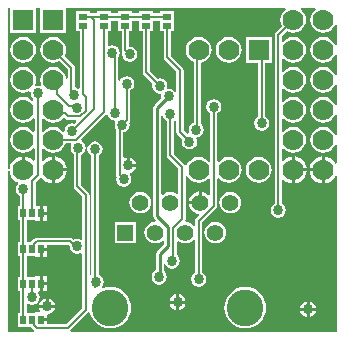
<source format=gbl>
G04*
G04 #@! TF.GenerationSoftware,Altium Limited,Altium Designer,20.1.12 (249)*
G04*
G04 Layer_Physical_Order=2*
G04 Layer_Color=16711680*
%FSLAX25Y25*%
%MOIN*%
G70*
G04*
G04 #@! TF.SameCoordinates,D8CEFF92-047C-410D-934D-B173C227594B*
G04*
G04*
G04 #@! TF.FilePolarity,Positive*
G04*
G01*
G75*
%ADD10C,0.01000*%
%ADD33C,0.00800*%
%ADD34C,0.07000*%
%ADD35R,0.07000X0.07000*%
%ADD36R,0.05512X0.05512*%
%ADD37C,0.05512*%
%ADD38C,0.12205*%
%ADD39R,0.07000X0.07000*%
%ADD40C,0.03400*%
%ADD41R,0.03000X0.02000*%
%ADD42R,0.02000X0.03000*%
G36*
X102998Y179000D02*
X102433Y178567D01*
X101744Y177669D01*
X101311Y176622D01*
X101163Y175500D01*
X101311Y174378D01*
X101744Y173331D01*
X102433Y172433D01*
X103331Y171744D01*
X104377Y171311D01*
X105500Y171163D01*
X106623Y171311D01*
X107669Y171744D01*
X108567Y172433D01*
X109256Y173331D01*
X109500Y173920D01*
X110000Y173821D01*
Y167179D01*
X109500Y167080D01*
X109256Y167669D01*
X108567Y168567D01*
X107669Y169256D01*
X106623Y169689D01*
X105500Y169837D01*
X104377Y169689D01*
X103331Y169256D01*
X102433Y168567D01*
X101744Y167669D01*
X101311Y166622D01*
X101163Y165500D01*
X101311Y164377D01*
X101744Y163331D01*
X102433Y162433D01*
X103331Y161744D01*
X104377Y161311D01*
X105500Y161163D01*
X106623Y161311D01*
X107669Y161744D01*
X108567Y162433D01*
X109256Y163331D01*
X109500Y163920D01*
X110000Y163821D01*
Y157179D01*
X109500Y157080D01*
X109256Y157669D01*
X108567Y158567D01*
X107669Y159256D01*
X106623Y159689D01*
X105500Y159837D01*
X104377Y159689D01*
X103331Y159256D01*
X102433Y158567D01*
X101744Y157669D01*
X101311Y156623D01*
X101163Y155500D01*
X101311Y154377D01*
X101744Y153331D01*
X102433Y152433D01*
X103331Y151744D01*
X104377Y151311D01*
X105500Y151163D01*
X106623Y151311D01*
X107669Y151744D01*
X108567Y152433D01*
X109256Y153331D01*
X109500Y153920D01*
X110000Y153821D01*
Y147179D01*
X109500Y147080D01*
X109256Y147669D01*
X108567Y148567D01*
X107669Y149256D01*
X106623Y149689D01*
X105500Y149837D01*
X104377Y149689D01*
X103331Y149256D01*
X102433Y148567D01*
X101744Y147669D01*
X101311Y146623D01*
X101163Y145500D01*
X101311Y144378D01*
X101744Y143331D01*
X102433Y142433D01*
X103331Y141744D01*
X104377Y141311D01*
X105500Y141163D01*
X106623Y141311D01*
X107669Y141744D01*
X108567Y142433D01*
X109256Y143331D01*
X109500Y143920D01*
X110000Y143821D01*
Y137179D01*
X109500Y137080D01*
X109256Y137669D01*
X108567Y138567D01*
X107669Y139256D01*
X106623Y139689D01*
X105500Y139837D01*
X104377Y139689D01*
X103331Y139256D01*
X102433Y138567D01*
X101744Y137669D01*
X101311Y136623D01*
X101163Y135500D01*
X101311Y134378D01*
X101744Y133331D01*
X102433Y132433D01*
X103331Y131744D01*
X104377Y131311D01*
X105500Y131163D01*
X106623Y131311D01*
X107669Y131744D01*
X108567Y132433D01*
X109256Y133331D01*
X109500Y133920D01*
X110000Y133821D01*
Y127702D01*
X109500Y127602D01*
X109431Y127769D01*
X108709Y128709D01*
X107769Y129431D01*
X106675Y129884D01*
X106000Y129973D01*
Y125500D01*
Y121027D01*
X106675Y121116D01*
X107769Y121569D01*
X108709Y122291D01*
X109431Y123231D01*
X109500Y123398D01*
X110000Y123298D01*
Y71500D01*
X21414D01*
X21279Y71736D01*
X21230Y72000D01*
X27243Y78013D01*
X27356Y78016D01*
X27793Y77924D01*
X28092Y76936D01*
X28733Y75737D01*
X29596Y74686D01*
X30647Y73824D01*
X31846Y73183D01*
X33147Y72788D01*
X34500Y72655D01*
X35853Y72788D01*
X37154Y73183D01*
X38353Y73824D01*
X39404Y74686D01*
X40267Y75737D01*
X40908Y76936D01*
X41302Y78237D01*
X41436Y79590D01*
X41302Y80944D01*
X40908Y82245D01*
X40267Y83444D01*
X39404Y84495D01*
X38353Y85357D01*
X37154Y85998D01*
X35853Y86393D01*
X34500Y86526D01*
X33147Y86393D01*
X32128Y86084D01*
X31811Y86510D01*
X32155Y87024D01*
X32349Y88000D01*
X32155Y88976D01*
X31602Y89802D01*
X30775Y90355D01*
X30680Y90374D01*
Y130268D01*
X31259Y130655D01*
X31812Y131481D01*
X32006Y132457D01*
X31812Y133432D01*
X31259Y134259D01*
X30432Y134812D01*
X29457Y135006D01*
X28481Y134812D01*
X27654Y134259D01*
X27102Y133432D01*
X26908Y132457D01*
X27102Y131481D01*
X27654Y130655D01*
X28233Y130268D01*
Y90379D01*
X28124Y90303D01*
X27624Y90565D01*
Y117098D01*
X27530Y117566D01*
X27265Y117963D01*
X24724Y120504D01*
Y130447D01*
X24829Y130467D01*
X25656Y131020D01*
X26208Y131847D01*
X26403Y132823D01*
X26208Y133798D01*
X25656Y134625D01*
X24952Y135095D01*
X24803Y135653D01*
X33059Y143909D01*
X33458Y143844D01*
X33598Y143763D01*
X33645Y143525D01*
X34198Y142698D01*
X35024Y142145D01*
X35878Y141975D01*
X36171Y141514D01*
X36145Y141475D01*
X35951Y140500D01*
X36145Y139524D01*
X36420Y139114D01*
X36377Y138896D01*
Y123776D01*
X36470Y123308D01*
X36598Y123116D01*
X36451Y122376D01*
X36645Y121401D01*
X37198Y120574D01*
X38025Y120021D01*
X39000Y119827D01*
X39976Y120021D01*
X40802Y120574D01*
X41355Y121401D01*
X41549Y122376D01*
X41355Y123352D01*
X41027Y123842D01*
X41181Y124300D01*
X41261Y124393D01*
X41862Y124642D01*
X42426Y125074D01*
X42858Y125638D01*
X43130Y126295D01*
X43158Y126500D01*
X40500D01*
Y127000D01*
X40000D01*
Y129657D01*
X39795Y129630D01*
X39323Y129435D01*
X38824Y129697D01*
Y138015D01*
X39476Y138145D01*
X40302Y138698D01*
X40855Y139524D01*
X41049Y140500D01*
X40909Y141201D01*
X41130Y141532D01*
X41223Y142000D01*
Y152011D01*
X41802Y152398D01*
X42355Y153225D01*
X42549Y154200D01*
X42355Y155175D01*
X41802Y156002D01*
X40975Y156555D01*
X40000Y156749D01*
X39024Y156555D01*
X38198Y156002D01*
X37723Y155293D01*
X37224Y155424D01*
Y163029D01*
X37555Y163524D01*
X37749Y164500D01*
X37555Y165475D01*
X37002Y166302D01*
X36176Y166855D01*
X35200Y167049D01*
X34225Y166855D01*
X34165Y166815D01*
X33724Y167051D01*
Y171700D01*
X34800D01*
Y175277D01*
X37200D01*
Y171700D01*
X38276D01*
Y165500D01*
X38370Y165032D01*
X38590Y164701D01*
X38451Y164000D01*
X38645Y163024D01*
X39198Y162198D01*
X40025Y161645D01*
X41000Y161451D01*
X41976Y161645D01*
X42802Y162198D01*
X43355Y163024D01*
X43549Y164000D01*
X43355Y164976D01*
X42802Y165802D01*
X41976Y166355D01*
X41000Y166549D01*
X40723Y166776D01*
Y171700D01*
X41800D01*
Y175277D01*
X44200D01*
Y171700D01*
X45276D01*
Y158000D01*
X45370Y157532D01*
X45635Y157135D01*
X48587Y154183D01*
X48451Y153500D01*
X48645Y152524D01*
X49198Y151698D01*
X50024Y151145D01*
X51000Y150951D01*
X51136Y150978D01*
X51561Y150553D01*
X51451Y150000D01*
X51563Y149437D01*
X49307Y147181D01*
X49020Y146751D01*
X48919Y146244D01*
Y109980D01*
X49020Y109473D01*
X49307Y109043D01*
X49725Y108625D01*
X49572Y108315D01*
X49470Y108173D01*
X48572Y108055D01*
X47707Y107697D01*
X46964Y107127D01*
X46394Y106384D01*
X46036Y105519D01*
X45913Y104591D01*
X46036Y103662D01*
X46394Y102797D01*
X46964Y102054D01*
X47707Y101485D01*
X48572Y101126D01*
X49500Y101004D01*
X50428Y101126D01*
X51293Y101485D01*
X51930Y101973D01*
X52430Y101814D01*
Y100645D01*
X50063Y98277D01*
X49775Y97847D01*
X49674Y97340D01*
Y92066D01*
X49032Y91637D01*
X48480Y90810D01*
X48286Y89835D01*
X48480Y88859D01*
X49032Y88032D01*
X49859Y87480D01*
X50835Y87286D01*
X51810Y87480D01*
X52637Y88032D01*
X53190Y88859D01*
X53384Y89835D01*
X53190Y90810D01*
X52637Y91637D01*
X52325Y91845D01*
Y94045D01*
X52788Y94179D01*
X52825Y94171D01*
X53364Y93365D01*
X54191Y92812D01*
X55167Y92618D01*
X56142Y92812D01*
X56969Y93365D01*
X57522Y94191D01*
X57716Y95167D01*
X57522Y96142D01*
X56969Y96969D01*
X56768Y97104D01*
Y101575D01*
X57268Y101821D01*
X57707Y101485D01*
X58572Y101126D01*
X59500Y101004D01*
X60428Y101126D01*
X61293Y101485D01*
X62036Y102054D01*
X62277Y102368D01*
X62776Y102198D01*
Y91189D01*
X62198Y90802D01*
X61645Y89976D01*
X61451Y89000D01*
X61645Y88024D01*
X62198Y87198D01*
X63024Y86645D01*
X64000Y86451D01*
X64976Y86645D01*
X65802Y87198D01*
X66355Y88024D01*
X66549Y89000D01*
X66355Y89976D01*
X65802Y90802D01*
X65223Y91189D01*
Y107989D01*
X69865Y112631D01*
X70130Y113028D01*
X70223Y113496D01*
Y122537D01*
X70723Y122706D01*
X70933Y122433D01*
X71831Y121744D01*
X72878Y121311D01*
X74000Y121163D01*
X75122Y121311D01*
X76169Y121744D01*
X77067Y122433D01*
X77756Y123331D01*
X78189Y124378D01*
X78337Y125500D01*
X78189Y126622D01*
X77756Y127669D01*
X77067Y128567D01*
X76169Y129256D01*
X75122Y129689D01*
X74000Y129837D01*
X72878Y129689D01*
X71831Y129256D01*
X70933Y128567D01*
X70723Y128294D01*
X70223Y128463D01*
Y144311D01*
X70802Y144698D01*
X71355Y145525D01*
X71549Y146500D01*
X71355Y147476D01*
X70802Y148302D01*
X69976Y148855D01*
X69000Y149049D01*
X68024Y148855D01*
X67198Y148302D01*
X66645Y147476D01*
X66451Y146500D01*
X66645Y145525D01*
X67198Y144698D01*
X67777Y144311D01*
Y128463D01*
X67277Y128294D01*
X67067Y128567D01*
X66169Y129256D01*
X65122Y129689D01*
X64000Y129837D01*
X62878Y129689D01*
X61831Y129256D01*
X60933Y128567D01*
X60244Y127669D01*
X60010Y127103D01*
X59453Y127065D01*
X59321Y127261D01*
X55724Y130859D01*
Y141754D01*
X56081Y141979D01*
X56526Y141737D01*
Y138250D01*
X56620Y137782D01*
X56885Y137385D01*
X58541Y135728D01*
X58367Y134853D01*
X58561Y133878D01*
X59114Y133051D01*
X59941Y132498D01*
X60916Y132304D01*
X61892Y132498D01*
X62719Y133051D01*
X63271Y133878D01*
X63465Y134853D01*
X63271Y135829D01*
X63243Y135872D01*
X63486Y136408D01*
X64175Y136545D01*
X65002Y137098D01*
X65555Y137925D01*
X65749Y138900D01*
X65555Y139875D01*
X65002Y140702D01*
X64721Y140890D01*
Y161258D01*
X65122Y161311D01*
X66169Y161744D01*
X67067Y162433D01*
X67756Y163331D01*
X68189Y164377D01*
X68337Y165500D01*
X68189Y166622D01*
X67756Y167669D01*
X67067Y168567D01*
X66169Y169256D01*
X65122Y169689D01*
X64000Y169837D01*
X62878Y169689D01*
X61831Y169256D01*
X60933Y168567D01*
X60244Y167669D01*
X59811Y166622D01*
X59663Y165500D01*
X59811Y164377D01*
X60244Y163331D01*
X60933Y162433D01*
X61831Y161744D01*
X62274Y161561D01*
Y141265D01*
X62225Y141255D01*
X61398Y140702D01*
X60845Y139875D01*
X60651Y138900D01*
X60804Y138129D01*
X60528Y137664D01*
X60457Y137605D01*
X60176Y137554D01*
X58973Y138757D01*
Y158750D01*
X58880Y159218D01*
X58615Y159615D01*
X54724Y163507D01*
Y171700D01*
X55800D01*
Y174700D01*
Y178300D01*
X51200D01*
Y177724D01*
X48800D01*
Y178300D01*
X44200D01*
Y177724D01*
X41800D01*
Y178300D01*
X37200D01*
Y177724D01*
X34800D01*
Y178300D01*
X30200D01*
Y177724D01*
X27800D01*
Y178300D01*
X23200D01*
Y174700D01*
Y171700D01*
X24276D01*
Y152887D01*
X23776Y152620D01*
X23276Y152955D01*
X22724Y153065D01*
Y159500D01*
X22630Y159968D01*
X22365Y160365D01*
X19298Y163432D01*
X19689Y164377D01*
X19837Y165500D01*
X19689Y166622D01*
X19256Y167669D01*
X18567Y168567D01*
X17669Y169256D01*
X16623Y169689D01*
X15500Y169837D01*
X14378Y169689D01*
X13331Y169256D01*
X12433Y168567D01*
X11744Y167669D01*
X11311Y166622D01*
X11163Y165500D01*
X11311Y164377D01*
X11744Y163331D01*
X12433Y162433D01*
X13331Y161744D01*
X14378Y161311D01*
X15500Y161163D01*
X16623Y161311D01*
X17568Y161702D01*
X20277Y158993D01*
Y155993D01*
X19776Y155960D01*
X19689Y156623D01*
X19256Y157669D01*
X18567Y158567D01*
X17669Y159256D01*
X16623Y159689D01*
X15500Y159837D01*
X14378Y159689D01*
X13331Y159256D01*
X12433Y158567D01*
X11744Y157669D01*
X11311Y156623D01*
X11163Y155500D01*
X11311Y154377D01*
X11527Y153854D01*
X11168Y153416D01*
X10500Y153549D01*
X9832Y153416D01*
X9473Y153854D01*
X9689Y154377D01*
X9837Y155500D01*
X9689Y156623D01*
X9256Y157669D01*
X8567Y158567D01*
X7669Y159256D01*
X6622Y159689D01*
X5500Y159837D01*
X4377Y159689D01*
X3331Y159256D01*
X2433Y158567D01*
X1744Y157669D01*
X1311Y156623D01*
X1163Y155500D01*
X1311Y154377D01*
X1744Y153331D01*
X2433Y152433D01*
X3331Y151744D01*
X4377Y151311D01*
X5500Y151163D01*
X6622Y151311D01*
X7582Y151708D01*
X7846Y151570D01*
X8029Y151390D01*
X7951Y151000D01*
X8145Y150024D01*
X8698Y149198D01*
X9097Y148931D01*
X9078Y148722D01*
X8567Y148567D01*
X7669Y149256D01*
X6622Y149689D01*
X5500Y149837D01*
X4377Y149689D01*
X3331Y149256D01*
X2433Y148567D01*
X1744Y147669D01*
X1311Y146623D01*
X1163Y145500D01*
X1311Y144378D01*
X1744Y143331D01*
X2433Y142433D01*
X3331Y141744D01*
X4377Y141311D01*
X5500Y141163D01*
X6622Y141311D01*
X7669Y141744D01*
X8567Y142433D01*
X8777Y142707D01*
X9277Y142537D01*
Y138463D01*
X8777Y138294D01*
X8567Y138567D01*
X7669Y139256D01*
X6622Y139689D01*
X5500Y139837D01*
X4377Y139689D01*
X3331Y139256D01*
X2433Y138567D01*
X1744Y137669D01*
X1311Y136623D01*
X1163Y135500D01*
X1311Y134378D01*
X1744Y133331D01*
X2433Y132433D01*
X3331Y131744D01*
X4377Y131311D01*
X5500Y131163D01*
X6622Y131311D01*
X7669Y131744D01*
X8567Y132433D01*
X8777Y132706D01*
X9277Y132537D01*
Y128748D01*
X8803Y128587D01*
X8709Y128709D01*
X7769Y129431D01*
X6675Y129884D01*
X6000Y129973D01*
Y125500D01*
X5000D01*
Y129973D01*
X4325Y129884D01*
X3231Y129431D01*
X2291Y128709D01*
X1569Y127769D01*
X1116Y126675D01*
X1000Y125795D01*
X500Y125828D01*
Y179500D01*
X1200D01*
Y171200D01*
X9800D01*
Y179500D01*
X11200D01*
Y171200D01*
X19800D01*
Y179500D01*
X92828D01*
X92998Y179000D01*
X92433Y178567D01*
X91744Y177669D01*
X91311Y176622D01*
X91163Y175500D01*
X91311Y174378D01*
X91702Y173432D01*
X89635Y171365D01*
X89370Y170968D01*
X89276Y170500D01*
Y114189D01*
X88698Y113802D01*
X88145Y112976D01*
X87951Y112000D01*
X88145Y111024D01*
X88698Y110198D01*
X89525Y109645D01*
X90500Y109451D01*
X91475Y109645D01*
X92302Y110198D01*
X92855Y111024D01*
X93049Y112000D01*
X92855Y112976D01*
X92302Y113802D01*
X91724Y114189D01*
Y122252D01*
X92197Y122413D01*
X92291Y122291D01*
X93231Y121569D01*
X94325Y121116D01*
X95000Y121027D01*
Y125500D01*
Y129973D01*
X94325Y129884D01*
X93231Y129431D01*
X92291Y128709D01*
X92197Y128587D01*
X91724Y128748D01*
Y132537D01*
X92224Y132706D01*
X92433Y132433D01*
X93331Y131744D01*
X94377Y131311D01*
X95500Y131163D01*
X96623Y131311D01*
X97669Y131744D01*
X98567Y132433D01*
X99256Y133331D01*
X99689Y134378D01*
X99837Y135500D01*
X99689Y136623D01*
X99256Y137669D01*
X98567Y138567D01*
X97669Y139256D01*
X96623Y139689D01*
X95500Y139837D01*
X94377Y139689D01*
X93331Y139256D01*
X92433Y138567D01*
X92224Y138294D01*
X91724Y138463D01*
Y142537D01*
X92224Y142707D01*
X92433Y142433D01*
X93331Y141744D01*
X94377Y141311D01*
X95500Y141163D01*
X96623Y141311D01*
X97669Y141744D01*
X98567Y142433D01*
X99256Y143331D01*
X99689Y144378D01*
X99837Y145500D01*
X99689Y146623D01*
X99256Y147669D01*
X98567Y148567D01*
X97669Y149256D01*
X96623Y149689D01*
X95500Y149837D01*
X94377Y149689D01*
X93331Y149256D01*
X92433Y148567D01*
X92224Y148293D01*
X91724Y148463D01*
Y152537D01*
X92224Y152707D01*
X92433Y152433D01*
X93331Y151744D01*
X94377Y151311D01*
X95500Y151163D01*
X96623Y151311D01*
X97669Y151744D01*
X98567Y152433D01*
X99256Y153331D01*
X99689Y154377D01*
X99837Y155500D01*
X99689Y156623D01*
X99256Y157669D01*
X98567Y158567D01*
X97669Y159256D01*
X96623Y159689D01*
X95500Y159837D01*
X94377Y159689D01*
X93331Y159256D01*
X92433Y158567D01*
X92224Y158293D01*
X91724Y158463D01*
Y162537D01*
X92224Y162706D01*
X92433Y162433D01*
X93331Y161744D01*
X94377Y161311D01*
X95500Y161163D01*
X96623Y161311D01*
X97669Y161744D01*
X98567Y162433D01*
X99256Y163331D01*
X99689Y164377D01*
X99837Y165500D01*
X99689Y166622D01*
X99256Y167669D01*
X98567Y168567D01*
X97669Y169256D01*
X96623Y169689D01*
X95500Y169837D01*
X94377Y169689D01*
X93331Y169256D01*
X92433Y168567D01*
X92224Y168293D01*
X91724Y168463D01*
Y169993D01*
X93432Y171702D01*
X94377Y171311D01*
X95500Y171163D01*
X96623Y171311D01*
X97669Y171744D01*
X98567Y172433D01*
X99256Y173331D01*
X99689Y174378D01*
X99837Y175500D01*
X99689Y176622D01*
X99256Y177669D01*
X98567Y178567D01*
X98002Y179000D01*
X98172Y179500D01*
X102828D01*
X102998Y179000D01*
D02*
G37*
G36*
X51200Y171700D02*
X52276D01*
Y163000D01*
X52370Y162532D01*
X52635Y162135D01*
X56526Y158243D01*
Y151619D01*
X56027Y151467D01*
X55802Y151802D01*
X54975Y152355D01*
X54000Y152549D01*
X53864Y152522D01*
X53439Y152947D01*
X53549Y153500D01*
X53355Y154475D01*
X52802Y155302D01*
X51976Y155855D01*
X51000Y156049D01*
X50317Y155913D01*
X47723Y158507D01*
Y171700D01*
X48800D01*
Y175277D01*
X51200D01*
Y171700D01*
D02*
G37*
G36*
X19547Y142435D02*
X19944Y142170D01*
X20412Y142077D01*
X23057D01*
X23248Y141615D01*
X22539Y140906D01*
X21818Y141049D01*
X20843Y140855D01*
X20016Y140302D01*
X19464Y139476D01*
X19270Y138500D01*
X19277Y138463D01*
X18809Y138251D01*
X18567Y138567D01*
X17669Y139256D01*
X16623Y139689D01*
X15500Y139837D01*
X14378Y139689D01*
X13331Y139256D01*
X12433Y138567D01*
X12224Y138294D01*
X11723Y138463D01*
Y142537D01*
X12224Y142707D01*
X12433Y142433D01*
X13331Y141744D01*
X14378Y141311D01*
X15500Y141163D01*
X16623Y141311D01*
X17669Y141744D01*
X18567Y142433D01*
X18762Y142688D01*
X19261Y142720D01*
X19547Y142435D01*
D02*
G37*
G36*
X21590Y133935D02*
X21499Y133798D01*
X21305Y132823D01*
X21499Y131847D01*
X22051Y131020D01*
X22276Y130869D01*
Y119998D01*
X22370Y119529D01*
X22635Y119132D01*
X25177Y116591D01*
Y102417D01*
X24735Y102181D01*
X24475Y102355D01*
X23500Y102549D01*
X22524Y102355D01*
X22314Y102215D01*
X21964Y102565D01*
X21567Y102830D01*
X21099Y102924D01*
X10003D01*
X9535Y102830D01*
X9138Y102565D01*
X8235Y101662D01*
X7993Y101300D01*
X6724D01*
Y108700D01*
X9500D01*
Y108500D01*
X11000D01*
Y111000D01*
Y113500D01*
X9724D01*
Y121346D01*
X11229Y122852D01*
X11711Y122887D01*
X11868Y122841D01*
X12291Y122291D01*
X13231Y121569D01*
X14325Y121116D01*
X15000Y121027D01*
Y125500D01*
Y129973D01*
X14325Y129884D01*
X13231Y129431D01*
X12291Y128709D01*
X12197Y128587D01*
X11723Y128748D01*
Y132537D01*
X12224Y132706D01*
X12433Y132433D01*
X13331Y131744D01*
X14378Y131311D01*
X15500Y131163D01*
X16623Y131311D01*
X17669Y131744D01*
X18567Y132433D01*
X19256Y133331D01*
X19689Y134377D01*
X21355D01*
X21590Y133935D01*
D02*
G37*
G36*
X52145Y143124D02*
X52698Y142298D01*
X53276Y141911D01*
Y130352D01*
X53370Y129884D01*
X53635Y129487D01*
X57232Y125890D01*
Y117606D01*
X56732Y117360D01*
X56293Y117697D01*
X55428Y118055D01*
X54500Y118177D01*
X53572Y118055D01*
X52707Y117697D01*
X52070Y117208D01*
X51570Y117367D01*
Y143455D01*
X52070Y143504D01*
X52145Y143124D01*
D02*
G37*
G36*
X60244Y123331D02*
X60933Y122433D01*
X61831Y121744D01*
X62878Y121311D01*
X64000Y121163D01*
X65122Y121311D01*
X66169Y121744D01*
X67067Y122433D01*
X67277Y122706D01*
X67777Y122537D01*
Y117268D01*
X67303Y117107D01*
X67179Y117269D01*
X66394Y117871D01*
X65481Y118250D01*
X65000Y118313D01*
Y114591D01*
X64500D01*
Y114091D01*
X60777D01*
X60841Y113610D01*
X61219Y112696D01*
X61821Y111912D01*
X62606Y111310D01*
X63520Y110931D01*
X63942Y110876D01*
X64121Y110348D01*
X63135Y109361D01*
X62870Y108964D01*
X62776Y108496D01*
Y106983D01*
X62277Y106813D01*
X62036Y107127D01*
X61293Y107697D01*
X60428Y108055D01*
X59828Y108134D01*
X59723Y108249D01*
X59585Y108670D01*
X59586Y108673D01*
X59679Y109141D01*
Y123388D01*
X60179Y123487D01*
X60244Y123331D01*
D02*
G37*
G36*
X20970Y100098D02*
X20951Y100000D01*
X21145Y99024D01*
X21698Y98198D01*
X22524Y97645D01*
X23500Y97451D01*
X24475Y97645D01*
X24735Y97819D01*
X25177Y97583D01*
Y79407D01*
X19793Y74023D01*
X13500D01*
Y75000D01*
X11500D01*
Y76000D01*
X13500D01*
Y77277D01*
X14205Y77369D01*
X14862Y77641D01*
X15426Y78074D01*
X15858Y78638D01*
X16130Y79295D01*
X16158Y79500D01*
X10842D01*
X10870Y79295D01*
X11141Y78638D01*
X11248Y78500D01*
X11001Y78000D01*
X9500D01*
Y77800D01*
X6724D01*
Y80650D01*
X7164Y80886D01*
X7525Y80645D01*
X8500Y80451D01*
X9475Y80645D01*
X10302Y81198D01*
X10855Y82025D01*
X11049Y83000D01*
X10855Y83975D01*
X10504Y84500D01*
X10772Y85000D01*
X11000D01*
Y87500D01*
Y90000D01*
X9500D01*
Y89800D01*
X6724D01*
Y96700D01*
X9500D01*
Y96500D01*
X11000D01*
Y99000D01*
X11500D01*
Y99500D01*
X13500D01*
Y100477D01*
X20592D01*
X20970Y100098D01*
D02*
G37*
G36*
X1116Y124325D02*
X1569Y123231D01*
X2291Y122291D01*
X3231Y121569D01*
X3737Y121359D01*
X3786Y120862D01*
X3698Y120802D01*
X3145Y119975D01*
X2951Y119000D01*
X3145Y118025D01*
X3698Y117198D01*
X4276Y116811D01*
Y113300D01*
X3700D01*
Y108700D01*
X4276D01*
Y101300D01*
X3700D01*
Y96700D01*
X4276D01*
Y89800D01*
X3700D01*
Y85200D01*
X4276D01*
Y77800D01*
X3700D01*
Y73200D01*
X7993D01*
X8235Y72838D01*
X9073Y72000D01*
X9024Y71736D01*
X8889Y71500D01*
X500D01*
Y125172D01*
X1000Y125205D01*
X1116Y124325D01*
D02*
G37*
%LPC*%
G36*
X74000Y169837D02*
X72878Y169689D01*
X71831Y169256D01*
X70933Y168567D01*
X70244Y167669D01*
X69811Y166622D01*
X69663Y165500D01*
X69811Y164377D01*
X70244Y163331D01*
X70933Y162433D01*
X71831Y161744D01*
X72878Y161311D01*
X74000Y161163D01*
X75122Y161311D01*
X76169Y161744D01*
X77067Y162433D01*
X77756Y163331D01*
X78189Y164377D01*
X78337Y165500D01*
X78189Y166622D01*
X77756Y167669D01*
X77067Y168567D01*
X76169Y169256D01*
X75122Y169689D01*
X74000Y169837D01*
D02*
G37*
G36*
X5500D02*
X4377Y169689D01*
X3331Y169256D01*
X2433Y168567D01*
X1744Y167669D01*
X1311Y166622D01*
X1163Y165500D01*
X1311Y164377D01*
X1744Y163331D01*
X2433Y162433D01*
X3331Y161744D01*
X4377Y161311D01*
X5500Y161163D01*
X6622Y161311D01*
X7669Y161744D01*
X8567Y162433D01*
X9256Y163331D01*
X9689Y164377D01*
X9837Y165500D01*
X9689Y166622D01*
X9256Y167669D01*
X8567Y168567D01*
X7669Y169256D01*
X6622Y169689D01*
X5500Y169837D01*
D02*
G37*
G36*
X88300Y169800D02*
X79700D01*
Y161200D01*
X83776D01*
Y143189D01*
X83198Y142802D01*
X82645Y141975D01*
X82451Y141000D01*
X82645Y140024D01*
X83198Y139198D01*
X84025Y138645D01*
X85000Y138451D01*
X85975Y138645D01*
X86802Y139198D01*
X87355Y140024D01*
X87549Y141000D01*
X87355Y141975D01*
X86802Y142802D01*
X86224Y143189D01*
Y161200D01*
X88300D01*
Y169800D01*
D02*
G37*
G36*
X41000Y129657D02*
Y127500D01*
X43158D01*
X43130Y127705D01*
X42858Y128362D01*
X42426Y128926D01*
X41862Y129358D01*
X41205Y129630D01*
X41000Y129657D01*
D02*
G37*
G36*
X105000Y129973D02*
X104325Y129884D01*
X103231Y129431D01*
X102291Y128709D01*
X101569Y127769D01*
X101116Y126675D01*
X101027Y126000D01*
X105000D01*
Y129973D01*
D02*
G37*
G36*
X96000D02*
Y126000D01*
X99973D01*
X99884Y126675D01*
X99431Y127769D01*
X98709Y128709D01*
X97769Y129431D01*
X96675Y129884D01*
X96000Y129973D01*
D02*
G37*
G36*
X84000Y129837D02*
X82877Y129689D01*
X81831Y129256D01*
X80933Y128567D01*
X80244Y127669D01*
X79811Y126622D01*
X79663Y125500D01*
X79811Y124378D01*
X80244Y123331D01*
X80933Y122433D01*
X81831Y121744D01*
X82877Y121311D01*
X84000Y121163D01*
X85123Y121311D01*
X86169Y121744D01*
X87067Y122433D01*
X87756Y123331D01*
X88189Y124378D01*
X88337Y125500D01*
X88189Y126622D01*
X87756Y127669D01*
X87067Y128567D01*
X86169Y129256D01*
X85123Y129689D01*
X84000Y129837D01*
D02*
G37*
G36*
X105000Y125000D02*
X101027D01*
X101116Y124325D01*
X101569Y123231D01*
X102291Y122291D01*
X103231Y121569D01*
X104325Y121116D01*
X105000Y121027D01*
Y125000D01*
D02*
G37*
G36*
X99973D02*
X96000D01*
Y121027D01*
X96675Y121116D01*
X97769Y121569D01*
X98709Y122291D01*
X99431Y123231D01*
X99884Y124325D01*
X99973Y125000D01*
D02*
G37*
G36*
X74500Y118177D02*
X73572Y118055D01*
X72707Y117697D01*
X71964Y117127D01*
X71394Y116384D01*
X71036Y115519D01*
X70913Y114591D01*
X71036Y113662D01*
X71394Y112797D01*
X71964Y112054D01*
X72707Y111485D01*
X73572Y111126D01*
X74500Y111004D01*
X75428Y111126D01*
X76293Y111485D01*
X77036Y112054D01*
X77606Y112797D01*
X77964Y113662D01*
X78087Y114591D01*
X77964Y115519D01*
X77606Y116384D01*
X77036Y117127D01*
X76293Y117697D01*
X75428Y118055D01*
X74500Y118177D01*
D02*
G37*
G36*
X44500D02*
X43572Y118055D01*
X42707Y117697D01*
X41964Y117127D01*
X41394Y116384D01*
X41036Y115519D01*
X40913Y114591D01*
X41036Y113662D01*
X41394Y112797D01*
X41964Y112054D01*
X42707Y111485D01*
X43572Y111126D01*
X44500Y111004D01*
X45428Y111126D01*
X46293Y111485D01*
X47036Y112054D01*
X47606Y112797D01*
X47964Y113662D01*
X48087Y114591D01*
X47964Y115519D01*
X47606Y116384D01*
X47036Y117127D01*
X46293Y117697D01*
X45428Y118055D01*
X44500Y118177D01*
D02*
G37*
G36*
X43056Y108147D02*
X35944D01*
Y101035D01*
X43056D01*
Y108147D01*
D02*
G37*
G36*
X69500Y108177D02*
X68572Y108055D01*
X67707Y107697D01*
X66964Y107127D01*
X66394Y106384D01*
X66036Y105519D01*
X65913Y104591D01*
X66036Y103662D01*
X66394Y102797D01*
X66964Y102054D01*
X67707Y101485D01*
X68572Y101126D01*
X69500Y101004D01*
X70428Y101126D01*
X71293Y101485D01*
X72036Y102054D01*
X72606Y102797D01*
X72964Y103662D01*
X73087Y104591D01*
X72964Y105519D01*
X72606Y106384D01*
X72036Y107127D01*
X71293Y107697D01*
X70428Y108055D01*
X69500Y108177D01*
D02*
G37*
G36*
X57449Y84107D02*
Y81949D01*
X59607D01*
X59580Y82154D01*
X59308Y82811D01*
X58875Y83375D01*
X58311Y83808D01*
X57654Y84080D01*
X57449Y84107D01*
D02*
G37*
G36*
X56449D02*
X56244Y84080D01*
X55588Y83808D01*
X55024Y83375D01*
X54591Y82811D01*
X54319Y82154D01*
X54292Y81949D01*
X56449D01*
Y84107D01*
D02*
G37*
G36*
X101000Y81657D02*
Y79500D01*
X103157D01*
X103130Y79705D01*
X102858Y80362D01*
X102426Y80926D01*
X101862Y81358D01*
X101205Y81630D01*
X101000Y81657D01*
D02*
G37*
G36*
X100000D02*
X99795Y81630D01*
X99138Y81358D01*
X98574Y80926D01*
X98141Y80362D01*
X97869Y79705D01*
X97843Y79500D01*
X100000D01*
Y81657D01*
D02*
G37*
G36*
X59607Y80949D02*
X57449D01*
Y78792D01*
X57654Y78819D01*
X58311Y79091D01*
X58875Y79524D01*
X59308Y80088D01*
X59580Y80744D01*
X59607Y80949D01*
D02*
G37*
G36*
X56449D02*
X54292D01*
X54319Y80744D01*
X54591Y80088D01*
X55024Y79524D01*
X55588Y79091D01*
X56244Y78819D01*
X56449Y78792D01*
Y80949D01*
D02*
G37*
G36*
X103157Y78500D02*
X101000D01*
Y76342D01*
X101205Y76370D01*
X101862Y76641D01*
X102426Y77074D01*
X102858Y77638D01*
X103130Y78295D01*
X103157Y78500D01*
D02*
G37*
G36*
X100000D02*
X97843D01*
X97869Y78295D01*
X98141Y77638D01*
X98574Y77074D01*
X99138Y76641D01*
X99795Y76370D01*
X100000Y76342D01*
Y78500D01*
D02*
G37*
G36*
X79500Y86526D02*
X78147Y86393D01*
X76846Y85998D01*
X75647Y85357D01*
X74596Y84495D01*
X73733Y83444D01*
X73092Y82245D01*
X72698Y80944D01*
X72564Y79590D01*
X72698Y78237D01*
X73092Y76936D01*
X73733Y75737D01*
X74596Y74686D01*
X75647Y73824D01*
X76846Y73183D01*
X78147Y72788D01*
X79500Y72655D01*
X80853Y72788D01*
X82154Y73183D01*
X83353Y73824D01*
X84404Y74686D01*
X85267Y75737D01*
X85908Y76936D01*
X86303Y78237D01*
X86436Y79590D01*
X86303Y80944D01*
X85908Y82245D01*
X85267Y83444D01*
X84404Y84495D01*
X83353Y85357D01*
X82154Y85998D01*
X80853Y86393D01*
X79500Y86526D01*
D02*
G37*
G36*
X16000Y129973D02*
Y126000D01*
X19973D01*
X19884Y126675D01*
X19431Y127769D01*
X18709Y128709D01*
X17769Y129431D01*
X16675Y129884D01*
X16000Y129973D01*
D02*
G37*
G36*
X19973Y125000D02*
X16000D01*
Y121027D01*
X16675Y121116D01*
X17769Y121569D01*
X18709Y122291D01*
X19431Y123231D01*
X19884Y124325D01*
X19973Y125000D01*
D02*
G37*
G36*
X13500Y113500D02*
X12000D01*
Y111500D01*
X13500D01*
Y113500D01*
D02*
G37*
G36*
Y110500D02*
X12000D01*
Y108500D01*
X13500D01*
Y110500D01*
D02*
G37*
G36*
X64000Y118313D02*
X63520Y118250D01*
X62606Y117871D01*
X61821Y117269D01*
X61219Y116485D01*
X60841Y115571D01*
X60777Y115091D01*
X64000D01*
Y118313D01*
D02*
G37*
G36*
X13500Y98500D02*
X12000D01*
Y96500D01*
X13500D01*
Y98500D01*
D02*
G37*
G36*
Y90000D02*
X12000D01*
Y88000D01*
X13500D01*
Y90000D01*
D02*
G37*
G36*
Y87000D02*
X12000D01*
Y85000D01*
X13500D01*
Y87000D01*
D02*
G37*
G36*
X14000Y82657D02*
Y80500D01*
X16158D01*
X16130Y80705D01*
X15858Y81362D01*
X15426Y81926D01*
X14862Y82358D01*
X14205Y82630D01*
X14000Y82657D01*
D02*
G37*
G36*
X13000D02*
X12795Y82630D01*
X12138Y82358D01*
X11574Y81926D01*
X11141Y81362D01*
X10870Y80705D01*
X10842Y80500D01*
X13000D01*
Y82657D01*
D02*
G37*
%LPD*%
D10*
X50244Y109980D02*
Y146244D01*
X54000Y150000D01*
X50244Y109980D02*
X53756Y106469D01*
X51000Y97340D02*
X53756Y100096D01*
X51000Y90000D02*
Y97340D01*
X53756Y100096D02*
Y106469D01*
D33*
X21500Y151400D02*
X22300Y150600D01*
X21500Y151400D02*
Y159500D01*
X20412Y143300D02*
X24401D01*
X15500Y145500D02*
X16667Y144333D01*
X19379D01*
X20412Y143300D01*
X24401D02*
X26353Y145252D01*
X22820Y146723D02*
X23272Y146272D01*
X20923Y146723D02*
X22820D01*
X63200Y138500D02*
Y138700D01*
X63498Y138997D01*
X8500Y83000D02*
Y87500D01*
X39500Y165500D02*
X41000Y164000D01*
X37600Y123776D02*
Y138896D01*
Y123776D02*
X39000Y122376D01*
X37600Y138896D02*
X38500Y139796D01*
Y140500D01*
X26400Y78900D02*
Y117098D01*
X20300Y72800D02*
X26400Y78900D01*
X29457Y86560D02*
Y132457D01*
X23500Y119998D02*
X26400Y117098D01*
X10003Y101700D02*
X21099D01*
X22799Y100000D01*
X23500D01*
X5500Y111000D02*
Y119000D01*
Y99000D02*
Y111000D01*
Y87500D02*
Y99000D01*
Y75500D02*
Y87500D01*
X56949Y81409D02*
Y81449D01*
X54500Y130352D02*
X58456Y126396D01*
X54500Y130352D02*
Y144100D01*
X58456Y109141D02*
Y126396D01*
X55167Y95167D02*
X55544Y95544D01*
Y106229D01*
X64000Y89000D02*
Y108496D01*
X69000Y113496D02*
Y146500D01*
X64000Y108496D02*
X69000Y113496D01*
X90500Y170500D02*
X95500Y175500D01*
X90500Y112000D02*
Y170500D01*
X32500Y165901D02*
Y173500D01*
X32300Y165701D02*
X32500Y165901D01*
X35200Y164500D02*
X35400D01*
X23020Y135600D02*
X32300Y144880D01*
Y165701D01*
X39500Y165500D02*
Y173500D01*
X60916Y134853D02*
Y135084D01*
X57750Y138250D02*
X60916Y135084D01*
X53500Y163000D02*
X57750Y158750D01*
Y138250D02*
Y158750D01*
X53500Y163000D02*
Y173500D01*
X46500Y158000D02*
Y173500D01*
Y158000D02*
X51000Y153500D01*
X38500Y140500D02*
X40000Y142000D01*
Y154000D01*
X15500Y135500D02*
X15600Y135600D01*
X23020D01*
X23500Y119998D02*
Y132469D01*
X23854Y132823D01*
X21864Y138500D02*
X29000Y145636D01*
X21818Y138500D02*
X21864D01*
X35400Y164500D02*
X36000Y163900D01*
Y144500D02*
Y163900D01*
X28200Y176500D02*
X32500D01*
X25500Y150802D02*
Y173500D01*
X29000Y145636D02*
Y175531D01*
X26353Y145252D02*
Y149949D01*
X25500Y176500D02*
X28200D01*
X25500Y150802D02*
X26353Y149949D01*
X15500Y165500D02*
X21500Y159500D01*
X46500Y176500D02*
X53500D01*
X39500D02*
X46500D01*
X32500D02*
X39500D01*
X28200Y176331D02*
X29000Y175531D01*
X16686Y150961D02*
X20923Y146723D01*
X15500Y155500D02*
X16686Y154314D01*
Y150961D02*
Y154314D01*
X10500Y123853D02*
Y151000D01*
X8500Y121853D02*
X10500Y123853D01*
X8500Y111000D02*
Y121853D01*
Y75500D02*
X9100Y74900D01*
Y73703D02*
Y74900D01*
Y73703D02*
X10003Y72800D01*
X20300D01*
X8500Y99000D02*
X9100Y99600D01*
Y100797D01*
X10003Y101700D01*
X55544Y106229D02*
X58456Y109141D01*
X84000Y165500D02*
X85000Y164500D01*
Y141000D02*
Y164500D01*
X63498Y164997D02*
X64000Y165500D01*
X63498Y138997D02*
Y164997D01*
D34*
X95500Y125500D02*
D03*
Y135500D02*
D03*
Y145500D02*
D03*
Y155500D02*
D03*
Y165500D02*
D03*
Y175500D02*
D03*
X5500Y125500D02*
D03*
Y135500D02*
D03*
Y145500D02*
D03*
Y155500D02*
D03*
Y165500D02*
D03*
X105500Y125500D02*
D03*
Y135500D02*
D03*
Y145500D02*
D03*
Y155500D02*
D03*
Y165500D02*
D03*
Y175500D02*
D03*
X15500Y125500D02*
D03*
Y135500D02*
D03*
Y145500D02*
D03*
Y155500D02*
D03*
Y165500D02*
D03*
X74000D02*
D03*
X64000D02*
D03*
X84000Y125500D02*
D03*
X74000D02*
D03*
X64000D02*
D03*
D35*
X5500Y175500D02*
D03*
X15500D02*
D03*
D36*
X39500Y104591D02*
D03*
D37*
X74500Y114591D02*
D03*
X44500D02*
D03*
X69500Y104591D02*
D03*
X49500D02*
D03*
X64500Y114591D02*
D03*
X54500D02*
D03*
X59500Y104591D02*
D03*
D38*
X79500Y79590D02*
D03*
X34500D02*
D03*
D39*
X84000Y165500D02*
D03*
D40*
X22300Y150600D02*
D03*
X23272Y146272D02*
D03*
X29800Y88000D02*
D03*
X63200Y138900D02*
D03*
X13500Y80000D02*
D03*
X8500Y83000D02*
D03*
X41000Y164000D02*
D03*
X39000Y122376D02*
D03*
X5500Y119000D02*
D03*
X56949Y81449D02*
D03*
X40500Y127000D02*
D03*
X100500Y79000D02*
D03*
X50835Y89835D02*
D03*
X55167Y95167D02*
D03*
X64000Y89000D02*
D03*
X69000Y146500D02*
D03*
X54500Y144100D02*
D03*
X54000Y150000D02*
D03*
X90500Y112000D02*
D03*
X35200Y164500D02*
D03*
X60916Y134853D02*
D03*
X51000Y153500D02*
D03*
X40000Y154200D02*
D03*
X23854Y132823D02*
D03*
X21818Y138500D02*
D03*
X36000Y144500D02*
D03*
X10500Y151000D02*
D03*
X29457Y132457D02*
D03*
X23500Y100000D02*
D03*
X85000Y141000D02*
D03*
X38500Y140500D02*
D03*
D41*
X53500Y173500D02*
D03*
Y176500D02*
D03*
X46500Y173500D02*
D03*
Y176500D02*
D03*
X39500Y173500D02*
D03*
Y176500D02*
D03*
X32500Y173500D02*
D03*
Y176500D02*
D03*
X25500Y173500D02*
D03*
Y176500D02*
D03*
D42*
X11500Y75500D02*
D03*
X8500D02*
D03*
X5500D02*
D03*
X11500Y87500D02*
D03*
X8500D02*
D03*
X5500D02*
D03*
X11500Y99000D02*
D03*
X8500D02*
D03*
X5500D02*
D03*
X11500Y111000D02*
D03*
X8500D02*
D03*
X5500D02*
D03*
M02*

</source>
